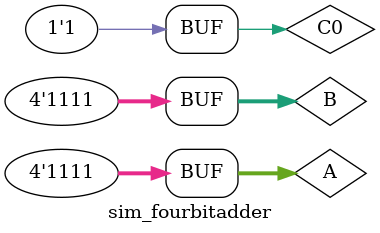
<source format=v>
`timescale 1ns / 1ps


module sim_fourbitadder(

    );
    
    reg [3:0] A;
    reg [3:0] B;
    reg C0;
    
    wire C1;
    wire [3:0] S;
    wire C2;
    wire C3;
    wire C4;
    
    fourbitadder dut(A, B, C0, S, C4);
    
    initial begin
    A = 4'b0011; B = 4'b0011; C0 = 0; #100;
    A = 4'b1011; B = 4'b0111; C0 = 0; #100;
    A = 4'b1111; B = 4'b1111; C0 = 1; #100;
    end
endmodule

</source>
